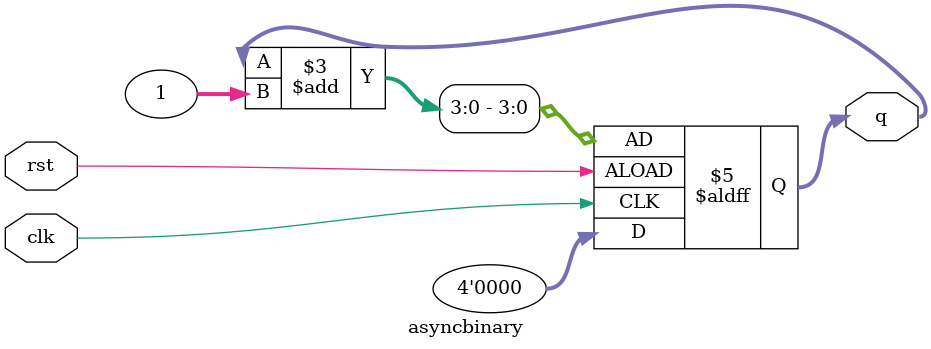
<source format=v>
module asyncbinary(rst, clk, q);
input rst,clk;
output reg [3:0] q;
initial q=4'b0000;
always @(posedge clk or posedge rst) begin
if(rst==0) begin
q=4'b0000;
end 
else begin
q=q+1;
end
end endmodule 
</source>
